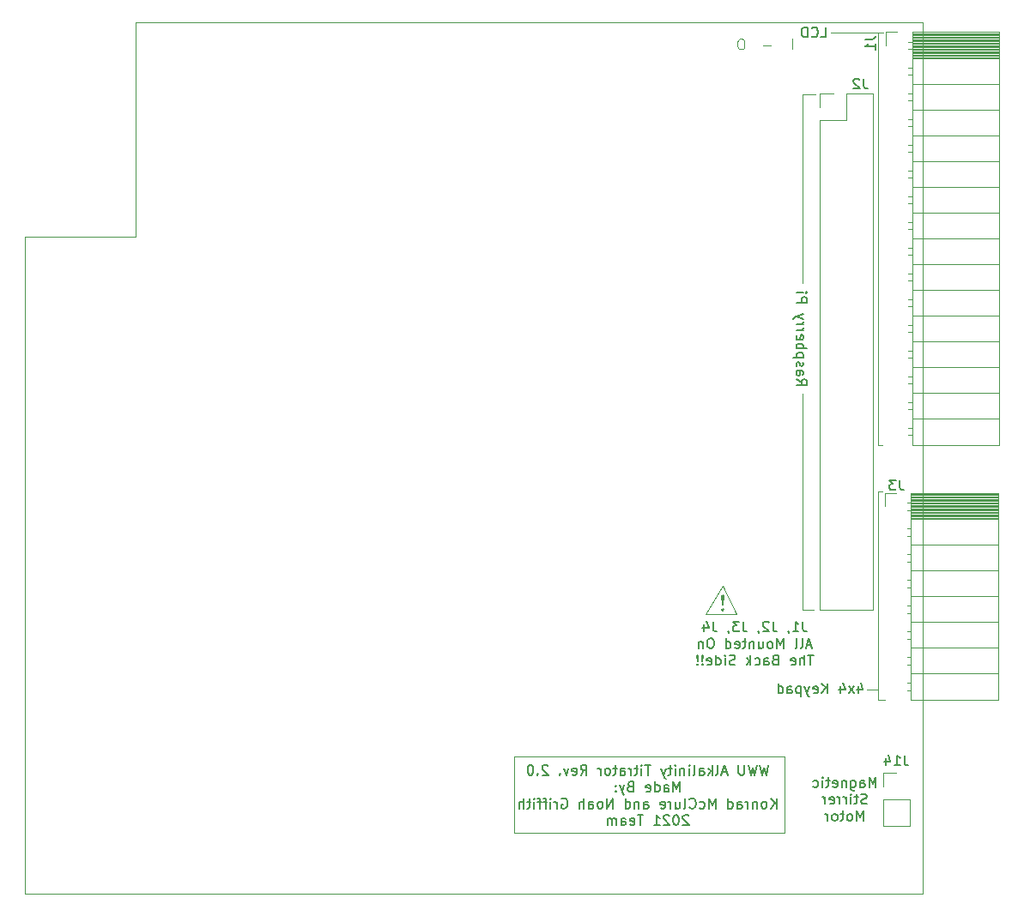
<source format=gbr>
G04 #@! TF.GenerationSoftware,KiCad,Pcbnew,(5.1.9)-1*
G04 #@! TF.CreationDate,2021-03-09T13:02:45-08:00*
G04 #@! TF.ProjectId,full_project,66756c6c-5f70-4726-9f6a-6563742e6b69,2.0*
G04 #@! TF.SameCoordinates,Original*
G04 #@! TF.FileFunction,Legend,Bot*
G04 #@! TF.FilePolarity,Positive*
%FSLAX46Y46*%
G04 Gerber Fmt 4.6, Leading zero omitted, Abs format (unit mm)*
G04 Created by KiCad (PCBNEW (5.1.9)-1) date 2021-03-09 13:02:45*
%MOMM*%
%LPD*%
G01*
G04 APERTURE LIST*
G04 #@! TA.AperFunction,Profile*
%ADD10C,0.050000*%
G04 #@! TD*
%ADD11C,0.120000*%
%ADD12C,0.150000*%
%ADD13C,0.050000*%
G04 APERTURE END LIST*
D10*
X111379000Y-77851000D02*
X111379000Y-56636000D01*
X100457000Y-77851000D02*
X111379000Y-77851000D01*
D11*
X184658000Y-98425000D02*
X185039000Y-98425000D01*
X184658000Y-57658000D02*
X184658000Y-98425000D01*
X183515000Y-122555000D02*
X184658000Y-122555000D01*
X184658000Y-123571000D02*
X185293000Y-123571000D01*
X184658000Y-102997000D02*
X184658000Y-123571000D01*
X185039000Y-102997000D02*
X184658000Y-102997000D01*
X175387000Y-136652000D02*
X148717000Y-136652000D01*
X148717000Y-136652000D02*
X148717000Y-129159000D01*
X175387000Y-129159000D02*
X175387000Y-136652000D01*
X148717000Y-129159000D02*
X175387000Y-129159000D01*
D12*
X173829761Y-129946380D02*
X173591666Y-130946380D01*
X173401190Y-130232095D01*
X173210714Y-130946380D01*
X172972619Y-129946380D01*
X172686904Y-129946380D02*
X172448809Y-130946380D01*
X172258333Y-130232095D01*
X172067857Y-130946380D01*
X171829761Y-129946380D01*
X171448809Y-129946380D02*
X171448809Y-130755904D01*
X171401190Y-130851142D01*
X171353571Y-130898761D01*
X171258333Y-130946380D01*
X171067857Y-130946380D01*
X170972619Y-130898761D01*
X170925000Y-130851142D01*
X170877380Y-130755904D01*
X170877380Y-129946380D01*
X169686904Y-130660666D02*
X169210714Y-130660666D01*
X169782142Y-130946380D02*
X169448809Y-129946380D01*
X169115476Y-130946380D01*
X168639285Y-130946380D02*
X168734523Y-130898761D01*
X168782142Y-130803523D01*
X168782142Y-129946380D01*
X168258333Y-130946380D02*
X168258333Y-129946380D01*
X168163095Y-130565428D02*
X167877380Y-130946380D01*
X167877380Y-130279714D02*
X168258333Y-130660666D01*
X167020238Y-130946380D02*
X167020238Y-130422571D01*
X167067857Y-130327333D01*
X167163095Y-130279714D01*
X167353571Y-130279714D01*
X167448809Y-130327333D01*
X167020238Y-130898761D02*
X167115476Y-130946380D01*
X167353571Y-130946380D01*
X167448809Y-130898761D01*
X167496428Y-130803523D01*
X167496428Y-130708285D01*
X167448809Y-130613047D01*
X167353571Y-130565428D01*
X167115476Y-130565428D01*
X167020238Y-130517809D01*
X166401190Y-130946380D02*
X166496428Y-130898761D01*
X166544047Y-130803523D01*
X166544047Y-129946380D01*
X166020238Y-130946380D02*
X166020238Y-130279714D01*
X166020238Y-129946380D02*
X166067857Y-129994000D01*
X166020238Y-130041619D01*
X165972619Y-129994000D01*
X166020238Y-129946380D01*
X166020238Y-130041619D01*
X165544047Y-130279714D02*
X165544047Y-130946380D01*
X165544047Y-130374952D02*
X165496428Y-130327333D01*
X165401190Y-130279714D01*
X165258333Y-130279714D01*
X165163095Y-130327333D01*
X165115476Y-130422571D01*
X165115476Y-130946380D01*
X164639285Y-130946380D02*
X164639285Y-130279714D01*
X164639285Y-129946380D02*
X164686904Y-129994000D01*
X164639285Y-130041619D01*
X164591666Y-129994000D01*
X164639285Y-129946380D01*
X164639285Y-130041619D01*
X164305952Y-130279714D02*
X163925000Y-130279714D01*
X164163095Y-129946380D02*
X164163095Y-130803523D01*
X164115476Y-130898761D01*
X164020238Y-130946380D01*
X163925000Y-130946380D01*
X163686904Y-130279714D02*
X163448809Y-130946380D01*
X163210714Y-130279714D02*
X163448809Y-130946380D01*
X163544047Y-131184476D01*
X163591666Y-131232095D01*
X163686904Y-131279714D01*
X162210714Y-129946380D02*
X161639285Y-129946380D01*
X161925000Y-130946380D02*
X161925000Y-129946380D01*
X161305952Y-130946380D02*
X161305952Y-130279714D01*
X161305952Y-129946380D02*
X161353571Y-129994000D01*
X161305952Y-130041619D01*
X161258333Y-129994000D01*
X161305952Y-129946380D01*
X161305952Y-130041619D01*
X160972619Y-130279714D02*
X160591666Y-130279714D01*
X160829761Y-129946380D02*
X160829761Y-130803523D01*
X160782142Y-130898761D01*
X160686904Y-130946380D01*
X160591666Y-130946380D01*
X160258333Y-130946380D02*
X160258333Y-130279714D01*
X160258333Y-130470190D02*
X160210714Y-130374952D01*
X160163095Y-130327333D01*
X160067857Y-130279714D01*
X159972619Y-130279714D01*
X159210714Y-130946380D02*
X159210714Y-130422571D01*
X159258333Y-130327333D01*
X159353571Y-130279714D01*
X159544047Y-130279714D01*
X159639285Y-130327333D01*
X159210714Y-130898761D02*
X159305952Y-130946380D01*
X159544047Y-130946380D01*
X159639285Y-130898761D01*
X159686904Y-130803523D01*
X159686904Y-130708285D01*
X159639285Y-130613047D01*
X159544047Y-130565428D01*
X159305952Y-130565428D01*
X159210714Y-130517809D01*
X158877380Y-130279714D02*
X158496428Y-130279714D01*
X158734523Y-129946380D02*
X158734523Y-130803523D01*
X158686904Y-130898761D01*
X158591666Y-130946380D01*
X158496428Y-130946380D01*
X158020238Y-130946380D02*
X158115476Y-130898761D01*
X158163095Y-130851142D01*
X158210714Y-130755904D01*
X158210714Y-130470190D01*
X158163095Y-130374952D01*
X158115476Y-130327333D01*
X158020238Y-130279714D01*
X157877380Y-130279714D01*
X157782142Y-130327333D01*
X157734523Y-130374952D01*
X157686904Y-130470190D01*
X157686904Y-130755904D01*
X157734523Y-130851142D01*
X157782142Y-130898761D01*
X157877380Y-130946380D01*
X158020238Y-130946380D01*
X157258333Y-130946380D02*
X157258333Y-130279714D01*
X157258333Y-130470190D02*
X157210714Y-130374952D01*
X157163095Y-130327333D01*
X157067857Y-130279714D01*
X156972619Y-130279714D01*
X155305952Y-130946380D02*
X155639285Y-130470190D01*
X155877380Y-130946380D02*
X155877380Y-129946380D01*
X155496428Y-129946380D01*
X155401190Y-129994000D01*
X155353571Y-130041619D01*
X155305952Y-130136857D01*
X155305952Y-130279714D01*
X155353571Y-130374952D01*
X155401190Y-130422571D01*
X155496428Y-130470190D01*
X155877380Y-130470190D01*
X154496428Y-130898761D02*
X154591666Y-130946380D01*
X154782142Y-130946380D01*
X154877380Y-130898761D01*
X154925000Y-130803523D01*
X154925000Y-130422571D01*
X154877380Y-130327333D01*
X154782142Y-130279714D01*
X154591666Y-130279714D01*
X154496428Y-130327333D01*
X154448809Y-130422571D01*
X154448809Y-130517809D01*
X154925000Y-130613047D01*
X154115476Y-130279714D02*
X153877380Y-130946380D01*
X153639285Y-130279714D01*
X153258333Y-130851142D02*
X153210714Y-130898761D01*
X153258333Y-130946380D01*
X153305952Y-130898761D01*
X153258333Y-130851142D01*
X153258333Y-130946380D01*
X152067857Y-130041619D02*
X152020238Y-129994000D01*
X151925000Y-129946380D01*
X151686904Y-129946380D01*
X151591666Y-129994000D01*
X151544047Y-130041619D01*
X151496428Y-130136857D01*
X151496428Y-130232095D01*
X151544047Y-130374952D01*
X152115476Y-130946380D01*
X151496428Y-130946380D01*
X151067857Y-130851142D02*
X151020238Y-130898761D01*
X151067857Y-130946380D01*
X151115476Y-130898761D01*
X151067857Y-130851142D01*
X151067857Y-130946380D01*
X150401190Y-129946380D02*
X150305952Y-129946380D01*
X150210714Y-129994000D01*
X150163095Y-130041619D01*
X150115476Y-130136857D01*
X150067857Y-130327333D01*
X150067857Y-130565428D01*
X150115476Y-130755904D01*
X150163095Y-130851142D01*
X150210714Y-130898761D01*
X150305952Y-130946380D01*
X150401190Y-130946380D01*
X150496428Y-130898761D01*
X150544047Y-130851142D01*
X150591666Y-130755904D01*
X150639285Y-130565428D01*
X150639285Y-130327333D01*
X150591666Y-130136857D01*
X150544047Y-130041619D01*
X150496428Y-129994000D01*
X150401190Y-129946380D01*
X165091666Y-132596380D02*
X165091666Y-131596380D01*
X164758333Y-132310666D01*
X164425000Y-131596380D01*
X164425000Y-132596380D01*
X163520238Y-132596380D02*
X163520238Y-132072571D01*
X163567857Y-131977333D01*
X163663095Y-131929714D01*
X163853571Y-131929714D01*
X163948809Y-131977333D01*
X163520238Y-132548761D02*
X163615476Y-132596380D01*
X163853571Y-132596380D01*
X163948809Y-132548761D01*
X163996428Y-132453523D01*
X163996428Y-132358285D01*
X163948809Y-132263047D01*
X163853571Y-132215428D01*
X163615476Y-132215428D01*
X163520238Y-132167809D01*
X162615476Y-132596380D02*
X162615476Y-131596380D01*
X162615476Y-132548761D02*
X162710714Y-132596380D01*
X162901190Y-132596380D01*
X162996428Y-132548761D01*
X163044047Y-132501142D01*
X163091666Y-132405904D01*
X163091666Y-132120190D01*
X163044047Y-132024952D01*
X162996428Y-131977333D01*
X162901190Y-131929714D01*
X162710714Y-131929714D01*
X162615476Y-131977333D01*
X161758333Y-132548761D02*
X161853571Y-132596380D01*
X162044047Y-132596380D01*
X162139285Y-132548761D01*
X162186904Y-132453523D01*
X162186904Y-132072571D01*
X162139285Y-131977333D01*
X162044047Y-131929714D01*
X161853571Y-131929714D01*
X161758333Y-131977333D01*
X161710714Y-132072571D01*
X161710714Y-132167809D01*
X162186904Y-132263047D01*
X160186904Y-132072571D02*
X160044047Y-132120190D01*
X159996428Y-132167809D01*
X159948809Y-132263047D01*
X159948809Y-132405904D01*
X159996428Y-132501142D01*
X160044047Y-132548761D01*
X160139285Y-132596380D01*
X160520238Y-132596380D01*
X160520238Y-131596380D01*
X160186904Y-131596380D01*
X160091666Y-131644000D01*
X160044047Y-131691619D01*
X159996428Y-131786857D01*
X159996428Y-131882095D01*
X160044047Y-131977333D01*
X160091666Y-132024952D01*
X160186904Y-132072571D01*
X160520238Y-132072571D01*
X159615476Y-131929714D02*
X159377380Y-132596380D01*
X159139285Y-131929714D02*
X159377380Y-132596380D01*
X159472619Y-132834476D01*
X159520238Y-132882095D01*
X159615476Y-132929714D01*
X158758333Y-132501142D02*
X158710714Y-132548761D01*
X158758333Y-132596380D01*
X158805952Y-132548761D01*
X158758333Y-132501142D01*
X158758333Y-132596380D01*
X158758333Y-131977333D02*
X158710714Y-132024952D01*
X158758333Y-132072571D01*
X158805952Y-132024952D01*
X158758333Y-131977333D01*
X158758333Y-132072571D01*
X174615476Y-134246380D02*
X174615476Y-133246380D01*
X174044047Y-134246380D02*
X174472619Y-133674952D01*
X174044047Y-133246380D02*
X174615476Y-133817809D01*
X173472619Y-134246380D02*
X173567857Y-134198761D01*
X173615476Y-134151142D01*
X173663095Y-134055904D01*
X173663095Y-133770190D01*
X173615476Y-133674952D01*
X173567857Y-133627333D01*
X173472619Y-133579714D01*
X173329761Y-133579714D01*
X173234523Y-133627333D01*
X173186904Y-133674952D01*
X173139285Y-133770190D01*
X173139285Y-134055904D01*
X173186904Y-134151142D01*
X173234523Y-134198761D01*
X173329761Y-134246380D01*
X173472619Y-134246380D01*
X172710714Y-133579714D02*
X172710714Y-134246380D01*
X172710714Y-133674952D02*
X172663095Y-133627333D01*
X172567857Y-133579714D01*
X172425000Y-133579714D01*
X172329761Y-133627333D01*
X172282142Y-133722571D01*
X172282142Y-134246380D01*
X171805952Y-134246380D02*
X171805952Y-133579714D01*
X171805952Y-133770190D02*
X171758333Y-133674952D01*
X171710714Y-133627333D01*
X171615476Y-133579714D01*
X171520238Y-133579714D01*
X170758333Y-134246380D02*
X170758333Y-133722571D01*
X170805952Y-133627333D01*
X170901190Y-133579714D01*
X171091666Y-133579714D01*
X171186904Y-133627333D01*
X170758333Y-134198761D02*
X170853571Y-134246380D01*
X171091666Y-134246380D01*
X171186904Y-134198761D01*
X171234523Y-134103523D01*
X171234523Y-134008285D01*
X171186904Y-133913047D01*
X171091666Y-133865428D01*
X170853571Y-133865428D01*
X170758333Y-133817809D01*
X169853571Y-134246380D02*
X169853571Y-133246380D01*
X169853571Y-134198761D02*
X169948809Y-134246380D01*
X170139285Y-134246380D01*
X170234523Y-134198761D01*
X170282142Y-134151142D01*
X170329761Y-134055904D01*
X170329761Y-133770190D01*
X170282142Y-133674952D01*
X170234523Y-133627333D01*
X170139285Y-133579714D01*
X169948809Y-133579714D01*
X169853571Y-133627333D01*
X168615476Y-134246380D02*
X168615476Y-133246380D01*
X168282142Y-133960666D01*
X167948809Y-133246380D01*
X167948809Y-134246380D01*
X167044047Y-134198761D02*
X167139285Y-134246380D01*
X167329761Y-134246380D01*
X167425000Y-134198761D01*
X167472619Y-134151142D01*
X167520238Y-134055904D01*
X167520238Y-133770190D01*
X167472619Y-133674952D01*
X167425000Y-133627333D01*
X167329761Y-133579714D01*
X167139285Y-133579714D01*
X167044047Y-133627333D01*
X166044047Y-134151142D02*
X166091666Y-134198761D01*
X166234523Y-134246380D01*
X166329761Y-134246380D01*
X166472619Y-134198761D01*
X166567857Y-134103523D01*
X166615476Y-134008285D01*
X166663095Y-133817809D01*
X166663095Y-133674952D01*
X166615476Y-133484476D01*
X166567857Y-133389238D01*
X166472619Y-133294000D01*
X166329761Y-133246380D01*
X166234523Y-133246380D01*
X166091666Y-133294000D01*
X166044047Y-133341619D01*
X165472619Y-134246380D02*
X165567857Y-134198761D01*
X165615476Y-134103523D01*
X165615476Y-133246380D01*
X164663095Y-133579714D02*
X164663095Y-134246380D01*
X165091666Y-133579714D02*
X165091666Y-134103523D01*
X165044047Y-134198761D01*
X164948809Y-134246380D01*
X164805952Y-134246380D01*
X164710714Y-134198761D01*
X164663095Y-134151142D01*
X164186904Y-134246380D02*
X164186904Y-133579714D01*
X164186904Y-133770190D02*
X164139285Y-133674952D01*
X164091666Y-133627333D01*
X163996428Y-133579714D01*
X163901190Y-133579714D01*
X163186904Y-134198761D02*
X163282142Y-134246380D01*
X163472619Y-134246380D01*
X163567857Y-134198761D01*
X163615476Y-134103523D01*
X163615476Y-133722571D01*
X163567857Y-133627333D01*
X163472619Y-133579714D01*
X163282142Y-133579714D01*
X163186904Y-133627333D01*
X163139285Y-133722571D01*
X163139285Y-133817809D01*
X163615476Y-133913047D01*
X161520238Y-134246380D02*
X161520238Y-133722571D01*
X161567857Y-133627333D01*
X161663095Y-133579714D01*
X161853571Y-133579714D01*
X161948809Y-133627333D01*
X161520238Y-134198761D02*
X161615476Y-134246380D01*
X161853571Y-134246380D01*
X161948809Y-134198761D01*
X161996428Y-134103523D01*
X161996428Y-134008285D01*
X161948809Y-133913047D01*
X161853571Y-133865428D01*
X161615476Y-133865428D01*
X161520238Y-133817809D01*
X161044047Y-133579714D02*
X161044047Y-134246380D01*
X161044047Y-133674952D02*
X160996428Y-133627333D01*
X160901190Y-133579714D01*
X160758333Y-133579714D01*
X160663095Y-133627333D01*
X160615476Y-133722571D01*
X160615476Y-134246380D01*
X159710714Y-134246380D02*
X159710714Y-133246380D01*
X159710714Y-134198761D02*
X159805952Y-134246380D01*
X159996428Y-134246380D01*
X160091666Y-134198761D01*
X160139285Y-134151142D01*
X160186904Y-134055904D01*
X160186904Y-133770190D01*
X160139285Y-133674952D01*
X160091666Y-133627333D01*
X159996428Y-133579714D01*
X159805952Y-133579714D01*
X159710714Y-133627333D01*
X158472619Y-134246380D02*
X158472619Y-133246380D01*
X157901190Y-134246380D01*
X157901190Y-133246380D01*
X157282142Y-134246380D02*
X157377380Y-134198761D01*
X157425000Y-134151142D01*
X157472619Y-134055904D01*
X157472619Y-133770190D01*
X157425000Y-133674952D01*
X157377380Y-133627333D01*
X157282142Y-133579714D01*
X157139285Y-133579714D01*
X157044047Y-133627333D01*
X156996428Y-133674952D01*
X156948809Y-133770190D01*
X156948809Y-134055904D01*
X156996428Y-134151142D01*
X157044047Y-134198761D01*
X157139285Y-134246380D01*
X157282142Y-134246380D01*
X156091666Y-134246380D02*
X156091666Y-133722571D01*
X156139285Y-133627333D01*
X156234523Y-133579714D01*
X156425000Y-133579714D01*
X156520238Y-133627333D01*
X156091666Y-134198761D02*
X156186904Y-134246380D01*
X156425000Y-134246380D01*
X156520238Y-134198761D01*
X156567857Y-134103523D01*
X156567857Y-134008285D01*
X156520238Y-133913047D01*
X156425000Y-133865428D01*
X156186904Y-133865428D01*
X156091666Y-133817809D01*
X155615476Y-134246380D02*
X155615476Y-133246380D01*
X155186904Y-134246380D02*
X155186904Y-133722571D01*
X155234523Y-133627333D01*
X155329761Y-133579714D01*
X155472619Y-133579714D01*
X155567857Y-133627333D01*
X155615476Y-133674952D01*
X153425000Y-133294000D02*
X153520238Y-133246380D01*
X153663095Y-133246380D01*
X153805952Y-133294000D01*
X153901190Y-133389238D01*
X153948809Y-133484476D01*
X153996428Y-133674952D01*
X153996428Y-133817809D01*
X153948809Y-134008285D01*
X153901190Y-134103523D01*
X153805952Y-134198761D01*
X153663095Y-134246380D01*
X153567857Y-134246380D01*
X153425000Y-134198761D01*
X153377380Y-134151142D01*
X153377380Y-133817809D01*
X153567857Y-133817809D01*
X152948809Y-134246380D02*
X152948809Y-133579714D01*
X152948809Y-133770190D02*
X152901190Y-133674952D01*
X152853571Y-133627333D01*
X152758333Y-133579714D01*
X152663095Y-133579714D01*
X152329761Y-134246380D02*
X152329761Y-133579714D01*
X152329761Y-133246380D02*
X152377380Y-133294000D01*
X152329761Y-133341619D01*
X152282142Y-133294000D01*
X152329761Y-133246380D01*
X152329761Y-133341619D01*
X151996428Y-133579714D02*
X151615476Y-133579714D01*
X151853571Y-134246380D02*
X151853571Y-133389238D01*
X151805952Y-133294000D01*
X151710714Y-133246380D01*
X151615476Y-133246380D01*
X151425000Y-133579714D02*
X151044047Y-133579714D01*
X151282142Y-134246380D02*
X151282142Y-133389238D01*
X151234523Y-133294000D01*
X151139285Y-133246380D01*
X151044047Y-133246380D01*
X150710714Y-134246380D02*
X150710714Y-133579714D01*
X150710714Y-133246380D02*
X150758333Y-133294000D01*
X150710714Y-133341619D01*
X150663095Y-133294000D01*
X150710714Y-133246380D01*
X150710714Y-133341619D01*
X150377380Y-133579714D02*
X149996428Y-133579714D01*
X150234523Y-133246380D02*
X150234523Y-134103523D01*
X150186904Y-134198761D01*
X150091666Y-134246380D01*
X149996428Y-134246380D01*
X149663095Y-134246380D02*
X149663095Y-133246380D01*
X149234523Y-134246380D02*
X149234523Y-133722571D01*
X149282142Y-133627333D01*
X149377380Y-133579714D01*
X149520238Y-133579714D01*
X149615476Y-133627333D01*
X149663095Y-133674952D01*
X165948809Y-134991619D02*
X165901190Y-134944000D01*
X165805952Y-134896380D01*
X165567857Y-134896380D01*
X165472619Y-134944000D01*
X165425000Y-134991619D01*
X165377380Y-135086857D01*
X165377380Y-135182095D01*
X165425000Y-135324952D01*
X165996428Y-135896380D01*
X165377380Y-135896380D01*
X164758333Y-134896380D02*
X164663095Y-134896380D01*
X164567857Y-134944000D01*
X164520238Y-134991619D01*
X164472619Y-135086857D01*
X164425000Y-135277333D01*
X164425000Y-135515428D01*
X164472619Y-135705904D01*
X164520238Y-135801142D01*
X164567857Y-135848761D01*
X164663095Y-135896380D01*
X164758333Y-135896380D01*
X164853571Y-135848761D01*
X164901190Y-135801142D01*
X164948809Y-135705904D01*
X164996428Y-135515428D01*
X164996428Y-135277333D01*
X164948809Y-135086857D01*
X164901190Y-134991619D01*
X164853571Y-134944000D01*
X164758333Y-134896380D01*
X164044047Y-134991619D02*
X163996428Y-134944000D01*
X163901190Y-134896380D01*
X163663095Y-134896380D01*
X163567857Y-134944000D01*
X163520238Y-134991619D01*
X163472619Y-135086857D01*
X163472619Y-135182095D01*
X163520238Y-135324952D01*
X164091666Y-135896380D01*
X163472619Y-135896380D01*
X162520238Y-135896380D02*
X163091666Y-135896380D01*
X162805952Y-135896380D02*
X162805952Y-134896380D01*
X162901190Y-135039238D01*
X162996428Y-135134476D01*
X163091666Y-135182095D01*
X161472619Y-134896380D02*
X160901190Y-134896380D01*
X161186904Y-135896380D02*
X161186904Y-134896380D01*
X160186904Y-135848761D02*
X160282142Y-135896380D01*
X160472619Y-135896380D01*
X160567857Y-135848761D01*
X160615476Y-135753523D01*
X160615476Y-135372571D01*
X160567857Y-135277333D01*
X160472619Y-135229714D01*
X160282142Y-135229714D01*
X160186904Y-135277333D01*
X160139285Y-135372571D01*
X160139285Y-135467809D01*
X160615476Y-135563047D01*
X159282142Y-135896380D02*
X159282142Y-135372571D01*
X159329761Y-135277333D01*
X159425000Y-135229714D01*
X159615476Y-135229714D01*
X159710714Y-135277333D01*
X159282142Y-135848761D02*
X159377380Y-135896380D01*
X159615476Y-135896380D01*
X159710714Y-135848761D01*
X159758333Y-135753523D01*
X159758333Y-135658285D01*
X159710714Y-135563047D01*
X159615476Y-135515428D01*
X159377380Y-135515428D01*
X159282142Y-135467809D01*
X158805952Y-135896380D02*
X158805952Y-135229714D01*
X158805952Y-135324952D02*
X158758333Y-135277333D01*
X158663095Y-135229714D01*
X158520238Y-135229714D01*
X158425000Y-135277333D01*
X158377380Y-135372571D01*
X158377380Y-135896380D01*
X158377380Y-135372571D02*
X158329761Y-135277333D01*
X158234523Y-135229714D01*
X158091666Y-135229714D01*
X157996428Y-135277333D01*
X157948809Y-135372571D01*
X157948809Y-135896380D01*
X169291000Y-114581714D02*
X169219571Y-114653142D01*
X169291000Y-114724571D01*
X169362428Y-114653142D01*
X169291000Y-114581714D01*
X169291000Y-114724571D01*
X169291000Y-114153142D02*
X169362428Y-113296000D01*
X169291000Y-113224571D01*
X169219571Y-113296000D01*
X169291000Y-114153142D01*
X169291000Y-113224571D01*
D11*
X169291000Y-112268000D02*
X170688000Y-115062000D01*
X170688000Y-115062000D02*
X167640000Y-115062000D01*
X167640000Y-115062000D02*
X169291000Y-112268000D01*
D12*
X177227904Y-115785380D02*
X177227904Y-116499666D01*
X177275523Y-116642523D01*
X177370761Y-116737761D01*
X177513619Y-116785380D01*
X177608857Y-116785380D01*
X176227904Y-116785380D02*
X176799333Y-116785380D01*
X176513619Y-116785380D02*
X176513619Y-115785380D01*
X176608857Y-115928238D01*
X176704095Y-116023476D01*
X176799333Y-116071095D01*
X175751714Y-116737761D02*
X175751714Y-116785380D01*
X175799333Y-116880619D01*
X175846952Y-116928238D01*
X174275523Y-115785380D02*
X174275523Y-116499666D01*
X174323142Y-116642523D01*
X174418380Y-116737761D01*
X174561238Y-116785380D01*
X174656476Y-116785380D01*
X173846952Y-115880619D02*
X173799333Y-115833000D01*
X173704095Y-115785380D01*
X173466000Y-115785380D01*
X173370761Y-115833000D01*
X173323142Y-115880619D01*
X173275523Y-115975857D01*
X173275523Y-116071095D01*
X173323142Y-116213952D01*
X173894571Y-116785380D01*
X173275523Y-116785380D01*
X172799333Y-116737761D02*
X172799333Y-116785380D01*
X172846952Y-116880619D01*
X172894571Y-116928238D01*
X171323142Y-115785380D02*
X171323142Y-116499666D01*
X171370761Y-116642523D01*
X171466000Y-116737761D01*
X171608857Y-116785380D01*
X171704095Y-116785380D01*
X170942190Y-115785380D02*
X170323142Y-115785380D01*
X170656476Y-116166333D01*
X170513619Y-116166333D01*
X170418380Y-116213952D01*
X170370761Y-116261571D01*
X170323142Y-116356809D01*
X170323142Y-116594904D01*
X170370761Y-116690142D01*
X170418380Y-116737761D01*
X170513619Y-116785380D01*
X170799333Y-116785380D01*
X170894571Y-116737761D01*
X170942190Y-116690142D01*
X169846952Y-116737761D02*
X169846952Y-116785380D01*
X169894571Y-116880619D01*
X169942190Y-116928238D01*
X168370761Y-115785380D02*
X168370761Y-116499666D01*
X168418380Y-116642523D01*
X168513619Y-116737761D01*
X168656476Y-116785380D01*
X168751714Y-116785380D01*
X167466000Y-116118714D02*
X167466000Y-116785380D01*
X167704095Y-115737761D02*
X167942190Y-116452047D01*
X167323142Y-116452047D01*
X178061238Y-118149666D02*
X177585047Y-118149666D01*
X178156476Y-118435380D02*
X177823142Y-117435380D01*
X177489809Y-118435380D01*
X177013619Y-118435380D02*
X177108857Y-118387761D01*
X177156476Y-118292523D01*
X177156476Y-117435380D01*
X176489809Y-118435380D02*
X176585047Y-118387761D01*
X176632666Y-118292523D01*
X176632666Y-117435380D01*
X175346952Y-118435380D02*
X175346952Y-117435380D01*
X175013619Y-118149666D01*
X174680285Y-117435380D01*
X174680285Y-118435380D01*
X174061238Y-118435380D02*
X174156476Y-118387761D01*
X174204095Y-118340142D01*
X174251714Y-118244904D01*
X174251714Y-117959190D01*
X174204095Y-117863952D01*
X174156476Y-117816333D01*
X174061238Y-117768714D01*
X173918380Y-117768714D01*
X173823142Y-117816333D01*
X173775523Y-117863952D01*
X173727904Y-117959190D01*
X173727904Y-118244904D01*
X173775523Y-118340142D01*
X173823142Y-118387761D01*
X173918380Y-118435380D01*
X174061238Y-118435380D01*
X172870761Y-117768714D02*
X172870761Y-118435380D01*
X173299333Y-117768714D02*
X173299333Y-118292523D01*
X173251714Y-118387761D01*
X173156476Y-118435380D01*
X173013619Y-118435380D01*
X172918380Y-118387761D01*
X172870761Y-118340142D01*
X172394571Y-117768714D02*
X172394571Y-118435380D01*
X172394571Y-117863952D02*
X172346952Y-117816333D01*
X172251714Y-117768714D01*
X172108857Y-117768714D01*
X172013619Y-117816333D01*
X171966000Y-117911571D01*
X171966000Y-118435380D01*
X171632666Y-117768714D02*
X171251714Y-117768714D01*
X171489809Y-117435380D02*
X171489809Y-118292523D01*
X171442190Y-118387761D01*
X171346952Y-118435380D01*
X171251714Y-118435380D01*
X170537428Y-118387761D02*
X170632666Y-118435380D01*
X170823142Y-118435380D01*
X170918380Y-118387761D01*
X170966000Y-118292523D01*
X170966000Y-117911571D01*
X170918380Y-117816333D01*
X170823142Y-117768714D01*
X170632666Y-117768714D01*
X170537428Y-117816333D01*
X170489809Y-117911571D01*
X170489809Y-118006809D01*
X170966000Y-118102047D01*
X169632666Y-118435380D02*
X169632666Y-117435380D01*
X169632666Y-118387761D02*
X169727904Y-118435380D01*
X169918380Y-118435380D01*
X170013619Y-118387761D01*
X170061238Y-118340142D01*
X170108857Y-118244904D01*
X170108857Y-117959190D01*
X170061238Y-117863952D01*
X170013619Y-117816333D01*
X169918380Y-117768714D01*
X169727904Y-117768714D01*
X169632666Y-117816333D01*
X168204095Y-117435380D02*
X168013619Y-117435380D01*
X167918380Y-117483000D01*
X167823142Y-117578238D01*
X167775523Y-117768714D01*
X167775523Y-118102047D01*
X167823142Y-118292523D01*
X167918380Y-118387761D01*
X168013619Y-118435380D01*
X168204095Y-118435380D01*
X168299333Y-118387761D01*
X168394571Y-118292523D01*
X168442190Y-118102047D01*
X168442190Y-117768714D01*
X168394571Y-117578238D01*
X168299333Y-117483000D01*
X168204095Y-117435380D01*
X167346952Y-117768714D02*
X167346952Y-118435380D01*
X167346952Y-117863952D02*
X167299333Y-117816333D01*
X167204095Y-117768714D01*
X167061238Y-117768714D01*
X166965999Y-117816333D01*
X166918380Y-117911571D01*
X166918380Y-118435380D01*
X178251714Y-119085380D02*
X177680285Y-119085380D01*
X177966000Y-120085380D02*
X177966000Y-119085380D01*
X177346952Y-120085380D02*
X177346952Y-119085380D01*
X176918380Y-120085380D02*
X176918380Y-119561571D01*
X176966000Y-119466333D01*
X177061238Y-119418714D01*
X177204095Y-119418714D01*
X177299333Y-119466333D01*
X177346952Y-119513952D01*
X176061238Y-120037761D02*
X176156476Y-120085380D01*
X176346952Y-120085380D01*
X176442190Y-120037761D01*
X176489809Y-119942523D01*
X176489809Y-119561571D01*
X176442190Y-119466333D01*
X176346952Y-119418714D01*
X176156476Y-119418714D01*
X176061238Y-119466333D01*
X176013619Y-119561571D01*
X176013619Y-119656809D01*
X176489809Y-119752047D01*
X174489809Y-119561571D02*
X174346952Y-119609190D01*
X174299333Y-119656809D01*
X174251714Y-119752047D01*
X174251714Y-119894904D01*
X174299333Y-119990142D01*
X174346952Y-120037761D01*
X174442190Y-120085380D01*
X174823142Y-120085380D01*
X174823142Y-119085380D01*
X174489809Y-119085380D01*
X174394571Y-119133000D01*
X174346952Y-119180619D01*
X174299333Y-119275857D01*
X174299333Y-119371095D01*
X174346952Y-119466333D01*
X174394571Y-119513952D01*
X174489809Y-119561571D01*
X174823142Y-119561571D01*
X173394571Y-120085380D02*
X173394571Y-119561571D01*
X173442190Y-119466333D01*
X173537428Y-119418714D01*
X173727904Y-119418714D01*
X173823142Y-119466333D01*
X173394571Y-120037761D02*
X173489809Y-120085380D01*
X173727904Y-120085380D01*
X173823142Y-120037761D01*
X173870761Y-119942523D01*
X173870761Y-119847285D01*
X173823142Y-119752047D01*
X173727904Y-119704428D01*
X173489809Y-119704428D01*
X173394571Y-119656809D01*
X172489809Y-120037761D02*
X172585047Y-120085380D01*
X172775523Y-120085380D01*
X172870761Y-120037761D01*
X172918380Y-119990142D01*
X172966000Y-119894904D01*
X172966000Y-119609190D01*
X172918380Y-119513952D01*
X172870761Y-119466333D01*
X172775523Y-119418714D01*
X172585047Y-119418714D01*
X172489809Y-119466333D01*
X172061238Y-120085380D02*
X172061238Y-119085380D01*
X171966000Y-119704428D02*
X171680285Y-120085380D01*
X171680285Y-119418714D02*
X172061238Y-119799666D01*
X170537428Y-120037761D02*
X170394571Y-120085380D01*
X170156476Y-120085380D01*
X170061238Y-120037761D01*
X170013619Y-119990142D01*
X169966000Y-119894904D01*
X169966000Y-119799666D01*
X170013619Y-119704428D01*
X170061238Y-119656809D01*
X170156476Y-119609190D01*
X170346952Y-119561571D01*
X170442190Y-119513952D01*
X170489809Y-119466333D01*
X170537428Y-119371095D01*
X170537428Y-119275857D01*
X170489809Y-119180619D01*
X170442190Y-119133000D01*
X170346952Y-119085380D01*
X170108857Y-119085380D01*
X169966000Y-119133000D01*
X169537428Y-120085380D02*
X169537428Y-119418714D01*
X169537428Y-119085380D02*
X169585047Y-119133000D01*
X169537428Y-119180619D01*
X169489809Y-119133000D01*
X169537428Y-119085380D01*
X169537428Y-119180619D01*
X168632666Y-120085380D02*
X168632666Y-119085380D01*
X168632666Y-120037761D02*
X168727904Y-120085380D01*
X168918380Y-120085380D01*
X169013619Y-120037761D01*
X169061238Y-119990142D01*
X169108857Y-119894904D01*
X169108857Y-119609190D01*
X169061238Y-119513952D01*
X169013619Y-119466333D01*
X168918380Y-119418714D01*
X168727904Y-119418714D01*
X168632666Y-119466333D01*
X167775523Y-120037761D02*
X167870761Y-120085380D01*
X168061238Y-120085380D01*
X168156476Y-120037761D01*
X168204095Y-119942523D01*
X168204095Y-119561571D01*
X168156476Y-119466333D01*
X168061238Y-119418714D01*
X167870761Y-119418714D01*
X167775523Y-119466333D01*
X167727904Y-119561571D01*
X167727904Y-119656809D01*
X168204095Y-119752047D01*
X167299333Y-119990142D02*
X167251714Y-120037761D01*
X167299333Y-120085380D01*
X167346952Y-120037761D01*
X167299333Y-119990142D01*
X167299333Y-120085380D01*
X167299333Y-119704428D02*
X167346952Y-119133000D01*
X167299333Y-119085380D01*
X167251714Y-119133000D01*
X167299333Y-119704428D01*
X167299333Y-119085380D01*
X166823142Y-119990142D02*
X166775523Y-120037761D01*
X166823142Y-120085380D01*
X166870761Y-120037761D01*
X166823142Y-119990142D01*
X166823142Y-120085380D01*
X166823142Y-119704428D02*
X166870761Y-119133000D01*
X166823142Y-119085380D01*
X166775523Y-119133000D01*
X166823142Y-119704428D01*
X166823142Y-119085380D01*
D11*
X177165000Y-114681000D02*
X178308000Y-114681000D01*
X177165000Y-93345000D02*
X177165000Y-114681000D01*
X177165000Y-63754000D02*
X178435000Y-63754000D01*
X177165000Y-82423000D02*
X177165000Y-63754000D01*
D12*
X176585619Y-91884000D02*
X177061809Y-92217333D01*
X176585619Y-92455428D02*
X177585619Y-92455428D01*
X177585619Y-92074476D01*
X177538000Y-91979238D01*
X177490380Y-91931619D01*
X177395142Y-91884000D01*
X177252285Y-91884000D01*
X177157047Y-91931619D01*
X177109428Y-91979238D01*
X177061809Y-92074476D01*
X177061809Y-92455428D01*
X176585619Y-91026857D02*
X177109428Y-91026857D01*
X177204666Y-91074476D01*
X177252285Y-91169714D01*
X177252285Y-91360190D01*
X177204666Y-91455428D01*
X176633238Y-91026857D02*
X176585619Y-91122095D01*
X176585619Y-91360190D01*
X176633238Y-91455428D01*
X176728476Y-91503047D01*
X176823714Y-91503047D01*
X176918952Y-91455428D01*
X176966571Y-91360190D01*
X176966571Y-91122095D01*
X177014190Y-91026857D01*
X176633238Y-90598285D02*
X176585619Y-90503047D01*
X176585619Y-90312571D01*
X176633238Y-90217333D01*
X176728476Y-90169714D01*
X176776095Y-90169714D01*
X176871333Y-90217333D01*
X176918952Y-90312571D01*
X176918952Y-90455428D01*
X176966571Y-90550666D01*
X177061809Y-90598285D01*
X177109428Y-90598285D01*
X177204666Y-90550666D01*
X177252285Y-90455428D01*
X177252285Y-90312571D01*
X177204666Y-90217333D01*
X177252285Y-89741142D02*
X176252285Y-89741142D01*
X177204666Y-89741142D02*
X177252285Y-89645904D01*
X177252285Y-89455428D01*
X177204666Y-89360190D01*
X177157047Y-89312571D01*
X177061809Y-89264952D01*
X176776095Y-89264952D01*
X176680857Y-89312571D01*
X176633238Y-89360190D01*
X176585619Y-89455428D01*
X176585619Y-89645904D01*
X176633238Y-89741142D01*
X176585619Y-88836380D02*
X177585619Y-88836380D01*
X177204666Y-88836380D02*
X177252285Y-88741142D01*
X177252285Y-88550666D01*
X177204666Y-88455428D01*
X177157047Y-88407809D01*
X177061809Y-88360190D01*
X176776095Y-88360190D01*
X176680857Y-88407809D01*
X176633238Y-88455428D01*
X176585619Y-88550666D01*
X176585619Y-88741142D01*
X176633238Y-88836380D01*
X176633238Y-87550666D02*
X176585619Y-87645904D01*
X176585619Y-87836380D01*
X176633238Y-87931619D01*
X176728476Y-87979238D01*
X177109428Y-87979238D01*
X177204666Y-87931619D01*
X177252285Y-87836380D01*
X177252285Y-87645904D01*
X177204666Y-87550666D01*
X177109428Y-87503047D01*
X177014190Y-87503047D01*
X176918952Y-87979238D01*
X176585619Y-87074476D02*
X177252285Y-87074476D01*
X177061809Y-87074476D02*
X177157047Y-87026857D01*
X177204666Y-86979238D01*
X177252285Y-86884000D01*
X177252285Y-86788761D01*
X176585619Y-86455428D02*
X177252285Y-86455428D01*
X177061809Y-86455428D02*
X177157047Y-86407809D01*
X177204666Y-86360190D01*
X177252285Y-86264952D01*
X177252285Y-86169714D01*
X177252285Y-85931619D02*
X176585619Y-85693523D01*
X177252285Y-85455428D02*
X176585619Y-85693523D01*
X176347523Y-85788761D01*
X176299904Y-85836380D01*
X176252285Y-85931619D01*
X176585619Y-84312571D02*
X177585619Y-84312571D01*
X177585619Y-83931619D01*
X177538000Y-83836380D01*
X177490380Y-83788761D01*
X177395142Y-83741142D01*
X177252285Y-83741142D01*
X177157047Y-83788761D01*
X177109428Y-83836380D01*
X177061809Y-83931619D01*
X177061809Y-84312571D01*
X176585619Y-83312571D02*
X177252285Y-83312571D01*
X177585619Y-83312571D02*
X177538000Y-83360190D01*
X177490380Y-83312571D01*
X177538000Y-83264952D01*
X177585619Y-83312571D01*
X177490380Y-83312571D01*
X184427428Y-132152380D02*
X184427428Y-131152380D01*
X184094095Y-131866666D01*
X183760761Y-131152380D01*
X183760761Y-132152380D01*
X182856000Y-132152380D02*
X182856000Y-131628571D01*
X182903619Y-131533333D01*
X182998857Y-131485714D01*
X183189333Y-131485714D01*
X183284571Y-131533333D01*
X182856000Y-132104761D02*
X182951238Y-132152380D01*
X183189333Y-132152380D01*
X183284571Y-132104761D01*
X183332190Y-132009523D01*
X183332190Y-131914285D01*
X183284571Y-131819047D01*
X183189333Y-131771428D01*
X182951238Y-131771428D01*
X182856000Y-131723809D01*
X181951238Y-131485714D02*
X181951238Y-132295238D01*
X181998857Y-132390476D01*
X182046476Y-132438095D01*
X182141714Y-132485714D01*
X182284571Y-132485714D01*
X182379809Y-132438095D01*
X181951238Y-132104761D02*
X182046476Y-132152380D01*
X182236952Y-132152380D01*
X182332190Y-132104761D01*
X182379809Y-132057142D01*
X182427428Y-131961904D01*
X182427428Y-131676190D01*
X182379809Y-131580952D01*
X182332190Y-131533333D01*
X182236952Y-131485714D01*
X182046476Y-131485714D01*
X181951238Y-131533333D01*
X181475047Y-131485714D02*
X181475047Y-132152380D01*
X181475047Y-131580952D02*
X181427428Y-131533333D01*
X181332190Y-131485714D01*
X181189333Y-131485714D01*
X181094095Y-131533333D01*
X181046476Y-131628571D01*
X181046476Y-132152380D01*
X180189333Y-132104761D02*
X180284571Y-132152380D01*
X180475047Y-132152380D01*
X180570285Y-132104761D01*
X180617904Y-132009523D01*
X180617904Y-131628571D01*
X180570285Y-131533333D01*
X180475047Y-131485714D01*
X180284571Y-131485714D01*
X180189333Y-131533333D01*
X180141714Y-131628571D01*
X180141714Y-131723809D01*
X180617904Y-131819047D01*
X179856000Y-131485714D02*
X179475047Y-131485714D01*
X179713142Y-131152380D02*
X179713142Y-132009523D01*
X179665523Y-132104761D01*
X179570285Y-132152380D01*
X179475047Y-132152380D01*
X179141714Y-132152380D02*
X179141714Y-131485714D01*
X179141714Y-131152380D02*
X179189333Y-131200000D01*
X179141714Y-131247619D01*
X179094095Y-131200000D01*
X179141714Y-131152380D01*
X179141714Y-131247619D01*
X178236952Y-132104761D02*
X178332190Y-132152380D01*
X178522666Y-132152380D01*
X178617904Y-132104761D01*
X178665523Y-132057142D01*
X178713142Y-131961904D01*
X178713142Y-131676190D01*
X178665523Y-131580952D01*
X178617904Y-131533333D01*
X178522666Y-131485714D01*
X178332190Y-131485714D01*
X178236952Y-131533333D01*
X183522666Y-133754761D02*
X183379809Y-133802380D01*
X183141714Y-133802380D01*
X183046476Y-133754761D01*
X182998857Y-133707142D01*
X182951238Y-133611904D01*
X182951238Y-133516666D01*
X182998857Y-133421428D01*
X183046476Y-133373809D01*
X183141714Y-133326190D01*
X183332190Y-133278571D01*
X183427428Y-133230952D01*
X183475047Y-133183333D01*
X183522666Y-133088095D01*
X183522666Y-132992857D01*
X183475047Y-132897619D01*
X183427428Y-132850000D01*
X183332190Y-132802380D01*
X183094095Y-132802380D01*
X182951238Y-132850000D01*
X182665523Y-133135714D02*
X182284571Y-133135714D01*
X182522666Y-132802380D02*
X182522666Y-133659523D01*
X182475047Y-133754761D01*
X182379809Y-133802380D01*
X182284571Y-133802380D01*
X181951238Y-133802380D02*
X181951238Y-133135714D01*
X181951238Y-132802380D02*
X181998857Y-132850000D01*
X181951238Y-132897619D01*
X181903619Y-132850000D01*
X181951238Y-132802380D01*
X181951238Y-132897619D01*
X181475047Y-133802380D02*
X181475047Y-133135714D01*
X181475047Y-133326190D02*
X181427428Y-133230952D01*
X181379809Y-133183333D01*
X181284571Y-133135714D01*
X181189333Y-133135714D01*
X180856000Y-133802380D02*
X180856000Y-133135714D01*
X180856000Y-133326190D02*
X180808380Y-133230952D01*
X180760761Y-133183333D01*
X180665523Y-133135714D01*
X180570285Y-133135714D01*
X179856000Y-133754761D02*
X179951238Y-133802380D01*
X180141714Y-133802380D01*
X180236952Y-133754761D01*
X180284571Y-133659523D01*
X180284571Y-133278571D01*
X180236952Y-133183333D01*
X180141714Y-133135714D01*
X179951238Y-133135714D01*
X179856000Y-133183333D01*
X179808380Y-133278571D01*
X179808380Y-133373809D01*
X180284571Y-133469047D01*
X179379809Y-133802380D02*
X179379809Y-133135714D01*
X179379809Y-133326190D02*
X179332190Y-133230952D01*
X179284571Y-133183333D01*
X179189333Y-133135714D01*
X179094095Y-133135714D01*
X183189333Y-135452380D02*
X183189333Y-134452380D01*
X182856000Y-135166666D01*
X182522666Y-134452380D01*
X182522666Y-135452380D01*
X181903619Y-135452380D02*
X181998857Y-135404761D01*
X182046476Y-135357142D01*
X182094095Y-135261904D01*
X182094095Y-134976190D01*
X182046476Y-134880952D01*
X181998857Y-134833333D01*
X181903619Y-134785714D01*
X181760761Y-134785714D01*
X181665523Y-134833333D01*
X181617904Y-134880952D01*
X181570285Y-134976190D01*
X181570285Y-135261904D01*
X181617904Y-135357142D01*
X181665523Y-135404761D01*
X181760761Y-135452380D01*
X181903619Y-135452380D01*
X181284571Y-134785714D02*
X180903619Y-134785714D01*
X181141714Y-134452380D02*
X181141714Y-135309523D01*
X181094095Y-135404761D01*
X180998857Y-135452380D01*
X180903619Y-135452380D01*
X180427428Y-135452380D02*
X180522666Y-135404761D01*
X180570285Y-135357142D01*
X180617904Y-135261904D01*
X180617904Y-134976190D01*
X180570285Y-134880952D01*
X180522666Y-134833333D01*
X180427428Y-134785714D01*
X180284571Y-134785714D01*
X180189333Y-134833333D01*
X180141714Y-134880952D01*
X180094095Y-134976190D01*
X180094095Y-135261904D01*
X180141714Y-135357142D01*
X180189333Y-135404761D01*
X180284571Y-135452380D01*
X180427428Y-135452380D01*
X179665523Y-135452380D02*
X179665523Y-134785714D01*
X179665523Y-134976190D02*
X179617904Y-134880952D01*
X179570285Y-134833333D01*
X179475047Y-134785714D01*
X179379809Y-134785714D01*
X182681095Y-122213714D02*
X182681095Y-122880380D01*
X182919190Y-121832761D02*
X183157285Y-122547047D01*
X182538238Y-122547047D01*
X182252523Y-122880380D02*
X181728714Y-122213714D01*
X182252523Y-122213714D02*
X181728714Y-122880380D01*
X180919190Y-122213714D02*
X180919190Y-122880380D01*
X181157285Y-121832761D02*
X181395380Y-122547047D01*
X180776333Y-122547047D01*
X179633476Y-122880380D02*
X179633476Y-121880380D01*
X179062047Y-122880380D02*
X179490619Y-122308952D01*
X179062047Y-121880380D02*
X179633476Y-122451809D01*
X178252523Y-122832761D02*
X178347761Y-122880380D01*
X178538238Y-122880380D01*
X178633476Y-122832761D01*
X178681095Y-122737523D01*
X178681095Y-122356571D01*
X178633476Y-122261333D01*
X178538238Y-122213714D01*
X178347761Y-122213714D01*
X178252523Y-122261333D01*
X178204904Y-122356571D01*
X178204904Y-122451809D01*
X178681095Y-122547047D01*
X177871571Y-122213714D02*
X177633476Y-122880380D01*
X177395380Y-122213714D02*
X177633476Y-122880380D01*
X177728714Y-123118476D01*
X177776333Y-123166095D01*
X177871571Y-123213714D01*
X177014428Y-122213714D02*
X177014428Y-123213714D01*
X177014428Y-122261333D02*
X176919190Y-122213714D01*
X176728714Y-122213714D01*
X176633476Y-122261333D01*
X176585857Y-122308952D01*
X176538238Y-122404190D01*
X176538238Y-122689904D01*
X176585857Y-122785142D01*
X176633476Y-122832761D01*
X176728714Y-122880380D01*
X176919190Y-122880380D01*
X177014428Y-122832761D01*
X175681095Y-122880380D02*
X175681095Y-122356571D01*
X175728714Y-122261333D01*
X175823952Y-122213714D01*
X176014428Y-122213714D01*
X176109666Y-122261333D01*
X175681095Y-122832761D02*
X175776333Y-122880380D01*
X176014428Y-122880380D01*
X176109666Y-122832761D01*
X176157285Y-122737523D01*
X176157285Y-122642285D01*
X176109666Y-122547047D01*
X176014428Y-122499428D01*
X175776333Y-122499428D01*
X175681095Y-122451809D01*
X174776333Y-122880380D02*
X174776333Y-121880380D01*
X174776333Y-122832761D02*
X174871571Y-122880380D01*
X175062047Y-122880380D01*
X175157285Y-122832761D01*
X175204904Y-122785142D01*
X175252523Y-122689904D01*
X175252523Y-122404190D01*
X175204904Y-122308952D01*
X175157285Y-122261333D01*
X175062047Y-122213714D01*
X174871571Y-122213714D01*
X174776333Y-122261333D01*
D11*
X179959000Y-57658000D02*
X185166000Y-57658000D01*
D12*
X178998476Y-58110380D02*
X179474666Y-58110380D01*
X179474666Y-57110380D01*
X178093714Y-58015142D02*
X178141333Y-58062761D01*
X178284190Y-58110380D01*
X178379428Y-58110380D01*
X178522285Y-58062761D01*
X178617523Y-57967523D01*
X178665142Y-57872285D01*
X178712761Y-57681809D01*
X178712761Y-57538952D01*
X178665142Y-57348476D01*
X178617523Y-57253238D01*
X178522285Y-57158000D01*
X178379428Y-57110380D01*
X178284190Y-57110380D01*
X178141333Y-57158000D01*
X178093714Y-57205619D01*
X177665142Y-58110380D02*
X177665142Y-57110380D01*
X177427047Y-57110380D01*
X177284190Y-57158000D01*
X177188952Y-57253238D01*
X177141333Y-57348476D01*
X177093714Y-57538952D01*
X177093714Y-57681809D01*
X177141333Y-57872285D01*
X177188952Y-57967523D01*
X177284190Y-58062761D01*
X177427047Y-58110380D01*
X177665142Y-58110380D01*
D10*
X189000000Y-142488000D02*
X189000000Y-142688000D01*
X188600000Y-142688000D02*
X189000000Y-142688000D01*
X188600000Y-56636000D02*
X189000000Y-56636000D01*
X189000000Y-56636000D02*
X189000000Y-142488000D01*
X187600000Y-142688000D02*
X188600000Y-142688000D01*
X187600000Y-56636000D02*
X188600000Y-56636000D01*
X187000000Y-142688000D02*
X187600000Y-142688000D01*
X187000000Y-56636000D02*
X187600000Y-56636000D01*
X185032000Y-56636000D02*
X187000000Y-56636000D01*
X185032000Y-142688000D02*
X187000000Y-142688000D01*
X100457000Y-77851000D02*
X100457000Y-142688000D01*
X100457000Y-142688000D02*
X185032000Y-142688000D01*
X185032000Y-56636000D02*
X111379000Y-56636000D01*
D11*
G04 #@! TO.C,J2*
X184110000Y-63708000D02*
X181510000Y-63708000D01*
X184110000Y-63708000D02*
X184110000Y-114628000D01*
X184110000Y-114628000D02*
X178910000Y-114628000D01*
X178910000Y-66308000D02*
X178910000Y-114628000D01*
X181510000Y-66308000D02*
X178910000Y-66308000D01*
X181510000Y-63708000D02*
X181510000Y-66308000D01*
X178910000Y-63708000D02*
X178910000Y-65038000D01*
X180240000Y-63708000D02*
X178910000Y-63708000D01*
G04 #@! TO.C,J14*
X186436000Y-130750000D02*
X185106000Y-130750000D01*
X185106000Y-130750000D02*
X185106000Y-132080000D01*
X185106000Y-133350000D02*
X185106000Y-135950000D01*
X187766000Y-135950000D02*
X185106000Y-135950000D01*
X187766000Y-133350000D02*
X187766000Y-135950000D01*
X187766000Y-133350000D02*
X185106000Y-133350000D01*
G04 #@! TO.C,J1*
X196615000Y-57715000D02*
X187985000Y-57715000D01*
X196615000Y-57833095D02*
X187985000Y-57833095D01*
X196615000Y-57951190D02*
X187985000Y-57951190D01*
X196615000Y-58069285D02*
X187985000Y-58069285D01*
X196615000Y-58187380D02*
X187985000Y-58187380D01*
X196615000Y-58305475D02*
X187985000Y-58305475D01*
X196615000Y-58423570D02*
X187985000Y-58423570D01*
X196615000Y-58541665D02*
X187985000Y-58541665D01*
X196615000Y-58659760D02*
X187985000Y-58659760D01*
X196615000Y-58777855D02*
X187985000Y-58777855D01*
X196615000Y-58895950D02*
X187985000Y-58895950D01*
X196615000Y-59014045D02*
X187985000Y-59014045D01*
X196615000Y-59132140D02*
X187985000Y-59132140D01*
X196615000Y-59250235D02*
X187985000Y-59250235D01*
X196615000Y-59368330D02*
X187985000Y-59368330D01*
X196615000Y-59486425D02*
X187985000Y-59486425D01*
X196615000Y-59604520D02*
X187985000Y-59604520D01*
X196615000Y-59722615D02*
X187985000Y-59722615D01*
X196615000Y-59840710D02*
X187985000Y-59840710D01*
X196615000Y-59958805D02*
X187985000Y-59958805D01*
X196615000Y-60076900D02*
X187985000Y-60076900D01*
X187985000Y-58565000D02*
X187635000Y-58565000D01*
X187985000Y-59285000D02*
X187635000Y-59285000D01*
X187985000Y-61105000D02*
X187575000Y-61105000D01*
X187985000Y-61825000D02*
X187575000Y-61825000D01*
X187985000Y-63645000D02*
X187575000Y-63645000D01*
X187985000Y-64365000D02*
X187575000Y-64365000D01*
X187985000Y-66185000D02*
X187575000Y-66185000D01*
X187985000Y-66905000D02*
X187575000Y-66905000D01*
X187985000Y-68725000D02*
X187575000Y-68725000D01*
X187985000Y-69445000D02*
X187575000Y-69445000D01*
X187985000Y-71265000D02*
X187575000Y-71265000D01*
X187985000Y-71985000D02*
X187575000Y-71985000D01*
X187985000Y-73805000D02*
X187575000Y-73805000D01*
X187985000Y-74525000D02*
X187575000Y-74525000D01*
X187985000Y-76345000D02*
X187575000Y-76345000D01*
X187985000Y-77065000D02*
X187575000Y-77065000D01*
X187985000Y-78885000D02*
X187575000Y-78885000D01*
X187985000Y-79605000D02*
X187575000Y-79605000D01*
X187985000Y-81425000D02*
X187575000Y-81425000D01*
X187985000Y-82145000D02*
X187575000Y-82145000D01*
X187985000Y-83965000D02*
X187575000Y-83965000D01*
X187985000Y-84685000D02*
X187575000Y-84685000D01*
X187985000Y-86505000D02*
X187575000Y-86505000D01*
X187985000Y-87225000D02*
X187575000Y-87225000D01*
X187985000Y-89045000D02*
X187575000Y-89045000D01*
X187985000Y-89765000D02*
X187575000Y-89765000D01*
X187985000Y-91585000D02*
X187575000Y-91585000D01*
X187985000Y-92305000D02*
X187575000Y-92305000D01*
X187985000Y-94125000D02*
X187575000Y-94125000D01*
X187985000Y-94845000D02*
X187575000Y-94845000D01*
X187985000Y-96665000D02*
X187575000Y-96665000D01*
X187985000Y-97385000D02*
X187575000Y-97385000D01*
X196615000Y-60195000D02*
X187985000Y-60195000D01*
X196615000Y-62735000D02*
X187985000Y-62735000D01*
X196615000Y-65275000D02*
X187985000Y-65275000D01*
X196615000Y-67815000D02*
X187985000Y-67815000D01*
X196615000Y-70355000D02*
X187985000Y-70355000D01*
X196615000Y-72895000D02*
X187985000Y-72895000D01*
X196615000Y-75435000D02*
X187985000Y-75435000D01*
X196615000Y-77975000D02*
X187985000Y-77975000D01*
X196615000Y-80515000D02*
X187985000Y-80515000D01*
X196615000Y-83055000D02*
X187985000Y-83055000D01*
X196615000Y-85595000D02*
X187985000Y-85595000D01*
X196615000Y-88135000D02*
X187985000Y-88135000D01*
X196615000Y-90675000D02*
X187985000Y-90675000D01*
X196615000Y-93215000D02*
X187985000Y-93215000D01*
X196615000Y-95755000D02*
X187985000Y-95755000D01*
X196615000Y-57595000D02*
X187985000Y-57595000D01*
X187985000Y-57595000D02*
X187985000Y-98355000D01*
X196615000Y-98355000D02*
X187985000Y-98355000D01*
X196615000Y-57595000D02*
X196615000Y-98355000D01*
X185415000Y-57595000D02*
X185415000Y-58925000D01*
X186525000Y-57595000D02*
X185415000Y-57595000D01*
G04 #@! TO.C,J3*
X196520920Y-103206860D02*
X187890920Y-103206860D01*
X196520920Y-103324955D02*
X187890920Y-103324955D01*
X196520920Y-103443050D02*
X187890920Y-103443050D01*
X196520920Y-103561145D02*
X187890920Y-103561145D01*
X196520920Y-103679240D02*
X187890920Y-103679240D01*
X196520920Y-103797335D02*
X187890920Y-103797335D01*
X196520920Y-103915430D02*
X187890920Y-103915430D01*
X196520920Y-104033525D02*
X187890920Y-104033525D01*
X196520920Y-104151620D02*
X187890920Y-104151620D01*
X196520920Y-104269715D02*
X187890920Y-104269715D01*
X196520920Y-104387810D02*
X187890920Y-104387810D01*
X196520920Y-104505905D02*
X187890920Y-104505905D01*
X196520920Y-104624000D02*
X187890920Y-104624000D01*
X196520920Y-104742095D02*
X187890920Y-104742095D01*
X196520920Y-104860190D02*
X187890920Y-104860190D01*
X196520920Y-104978285D02*
X187890920Y-104978285D01*
X196520920Y-105096380D02*
X187890920Y-105096380D01*
X196520920Y-105214475D02*
X187890920Y-105214475D01*
X196520920Y-105332570D02*
X187890920Y-105332570D01*
X196520920Y-105450665D02*
X187890920Y-105450665D01*
X196520920Y-105568760D02*
X187890920Y-105568760D01*
X187890920Y-104056860D02*
X187540920Y-104056860D01*
X187890920Y-104776860D02*
X187540920Y-104776860D01*
X187890920Y-106596860D02*
X187480920Y-106596860D01*
X187890920Y-107316860D02*
X187480920Y-107316860D01*
X187890920Y-109136860D02*
X187480920Y-109136860D01*
X187890920Y-109856860D02*
X187480920Y-109856860D01*
X187890920Y-111676860D02*
X187480920Y-111676860D01*
X187890920Y-112396860D02*
X187480920Y-112396860D01*
X187890920Y-114216860D02*
X187480920Y-114216860D01*
X187890920Y-114936860D02*
X187480920Y-114936860D01*
X187890920Y-116756860D02*
X187480920Y-116756860D01*
X187890920Y-117476860D02*
X187480920Y-117476860D01*
X187890920Y-119296860D02*
X187480920Y-119296860D01*
X187890920Y-120016860D02*
X187480920Y-120016860D01*
X187890920Y-121836860D02*
X187480920Y-121836860D01*
X187890920Y-122556860D02*
X187480920Y-122556860D01*
X196520920Y-105686860D02*
X187890920Y-105686860D01*
X196520920Y-108226860D02*
X187890920Y-108226860D01*
X196520920Y-110766860D02*
X187890920Y-110766860D01*
X196520920Y-113306860D02*
X187890920Y-113306860D01*
X196520920Y-115846860D02*
X187890920Y-115846860D01*
X196520920Y-118386860D02*
X187890920Y-118386860D01*
X196520920Y-120926860D02*
X187890920Y-120926860D01*
X196520920Y-103086860D02*
X187890920Y-103086860D01*
X187890920Y-103086860D02*
X187890920Y-123526860D01*
X196520920Y-123526860D02*
X187890920Y-123526860D01*
X196520920Y-103086860D02*
X196520920Y-123526860D01*
X185320920Y-103086860D02*
X185320920Y-104416860D01*
X186430920Y-103086860D02*
X185320920Y-103086860D01*
G04 #@! TD*
G04 #@! TO.C,J2*
D12*
X183213333Y-62190380D02*
X183213333Y-62904666D01*
X183260952Y-63047523D01*
X183356190Y-63142761D01*
X183499047Y-63190380D01*
X183594285Y-63190380D01*
X182784761Y-62285619D02*
X182737142Y-62238000D01*
X182641904Y-62190380D01*
X182403809Y-62190380D01*
X182308571Y-62238000D01*
X182260952Y-62285619D01*
X182213333Y-62380857D01*
X182213333Y-62476095D01*
X182260952Y-62618952D01*
X182832380Y-63190380D01*
X182213333Y-63190380D01*
G04 #@! TO.C,J14*
X187245523Y-128992380D02*
X187245523Y-129706666D01*
X187293142Y-129849523D01*
X187388380Y-129944761D01*
X187531238Y-129992380D01*
X187626476Y-129992380D01*
X186245523Y-129992380D02*
X186816952Y-129992380D01*
X186531238Y-129992380D02*
X186531238Y-128992380D01*
X186626476Y-129135238D01*
X186721714Y-129230476D01*
X186816952Y-129278095D01*
X185388380Y-129325714D02*
X185388380Y-129992380D01*
X185626476Y-128944761D02*
X185864571Y-129659047D01*
X185245523Y-129659047D01*
G04 #@! TO.C,U8*
D13*
X171023291Y-58289440D02*
X171213768Y-58289440D01*
X171309006Y-58337060D01*
X171404244Y-58432298D01*
X171451863Y-58622774D01*
X171451863Y-58956107D01*
X171404244Y-59146583D01*
X171309006Y-59241821D01*
X171213768Y-59289440D01*
X171023291Y-59289440D01*
X170928053Y-59241821D01*
X170832815Y-59146583D01*
X170785196Y-58956107D01*
X170785196Y-58622774D01*
X170832815Y-58432298D01*
X170928053Y-58337060D01*
X171023291Y-58289440D01*
X176204020Y-59287550D02*
X176204020Y-58287550D01*
X173279390Y-58909368D02*
X174041295Y-58909368D01*
G04 #@! TO.C,J1*
D12*
X183348380Y-58340666D02*
X184062666Y-58340666D01*
X184205523Y-58293047D01*
X184300761Y-58197809D01*
X184348380Y-58054952D01*
X184348380Y-57959714D01*
X184348380Y-59340666D02*
X184348380Y-58769238D01*
X184348380Y-59054952D02*
X183348380Y-59054952D01*
X183491238Y-58959714D01*
X183586476Y-58864476D01*
X183634095Y-58769238D01*
G04 #@! TO.C,J3*
X186769333Y-101814380D02*
X186769333Y-102528666D01*
X186816952Y-102671523D01*
X186912190Y-102766761D01*
X187055047Y-102814380D01*
X187150285Y-102814380D01*
X186388380Y-101814380D02*
X185769333Y-101814380D01*
X186102666Y-102195333D01*
X185959809Y-102195333D01*
X185864571Y-102242952D01*
X185816952Y-102290571D01*
X185769333Y-102385809D01*
X185769333Y-102623904D01*
X185816952Y-102719142D01*
X185864571Y-102766761D01*
X185959809Y-102814380D01*
X186245523Y-102814380D01*
X186340761Y-102766761D01*
X186388380Y-102719142D01*
G04 #@! TD*
M02*

</source>
